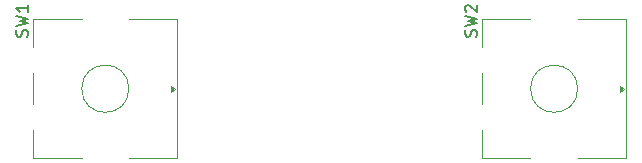
<source format=gbr>
%TF.GenerationSoftware,KiCad,Pcbnew,8.0.2*%
%TF.CreationDate,2024-05-15T22:30:45+02:00*%
%TF.ProjectId,micha_board,6d696368-615f-4626-9f61-72642e6b6963,rev?*%
%TF.SameCoordinates,Original*%
%TF.FileFunction,Legend,Top*%
%TF.FilePolarity,Positive*%
%FSLAX46Y46*%
G04 Gerber Fmt 4.6, Leading zero omitted, Abs format (unit mm)*
G04 Created by KiCad (PCBNEW 8.0.2) date 2024-05-15 22:30:45*
%MOMM*%
%LPD*%
G01*
G04 APERTURE LIST*
%ADD10C,0.150000*%
%ADD11C,0.120000*%
G04 APERTURE END LIST*
D10*
X460107200Y-33683332D02*
X460154819Y-33540475D01*
X460154819Y-33540475D02*
X460154819Y-33302380D01*
X460154819Y-33302380D02*
X460107200Y-33207142D01*
X460107200Y-33207142D02*
X460059580Y-33159523D01*
X460059580Y-33159523D02*
X459964342Y-33111904D01*
X459964342Y-33111904D02*
X459869104Y-33111904D01*
X459869104Y-33111904D02*
X459773866Y-33159523D01*
X459773866Y-33159523D02*
X459726247Y-33207142D01*
X459726247Y-33207142D02*
X459678628Y-33302380D01*
X459678628Y-33302380D02*
X459631009Y-33492856D01*
X459631009Y-33492856D02*
X459583390Y-33588094D01*
X459583390Y-33588094D02*
X459535771Y-33635713D01*
X459535771Y-33635713D02*
X459440533Y-33683332D01*
X459440533Y-33683332D02*
X459345295Y-33683332D01*
X459345295Y-33683332D02*
X459250057Y-33635713D01*
X459250057Y-33635713D02*
X459202438Y-33588094D01*
X459202438Y-33588094D02*
X459154819Y-33492856D01*
X459154819Y-33492856D02*
X459154819Y-33254761D01*
X459154819Y-33254761D02*
X459202438Y-33111904D01*
X459154819Y-32778570D02*
X460154819Y-32540475D01*
X460154819Y-32540475D02*
X459440533Y-32349999D01*
X459440533Y-32349999D02*
X460154819Y-32159523D01*
X460154819Y-32159523D02*
X459154819Y-31921428D01*
X459250057Y-31588094D02*
X459202438Y-31540475D01*
X459202438Y-31540475D02*
X459154819Y-31445237D01*
X459154819Y-31445237D02*
X459154819Y-31207142D01*
X459154819Y-31207142D02*
X459202438Y-31111904D01*
X459202438Y-31111904D02*
X459250057Y-31064285D01*
X459250057Y-31064285D02*
X459345295Y-31016666D01*
X459345295Y-31016666D02*
X459440533Y-31016666D01*
X459440533Y-31016666D02*
X459583390Y-31064285D01*
X459583390Y-31064285D02*
X460154819Y-31635713D01*
X460154819Y-31635713D02*
X460154819Y-31016666D01*
X422107200Y-33683332D02*
X422154819Y-33540475D01*
X422154819Y-33540475D02*
X422154819Y-33302380D01*
X422154819Y-33302380D02*
X422107200Y-33207142D01*
X422107200Y-33207142D02*
X422059580Y-33159523D01*
X422059580Y-33159523D02*
X421964342Y-33111904D01*
X421964342Y-33111904D02*
X421869104Y-33111904D01*
X421869104Y-33111904D02*
X421773866Y-33159523D01*
X421773866Y-33159523D02*
X421726247Y-33207142D01*
X421726247Y-33207142D02*
X421678628Y-33302380D01*
X421678628Y-33302380D02*
X421631009Y-33492856D01*
X421631009Y-33492856D02*
X421583390Y-33588094D01*
X421583390Y-33588094D02*
X421535771Y-33635713D01*
X421535771Y-33635713D02*
X421440533Y-33683332D01*
X421440533Y-33683332D02*
X421345295Y-33683332D01*
X421345295Y-33683332D02*
X421250057Y-33635713D01*
X421250057Y-33635713D02*
X421202438Y-33588094D01*
X421202438Y-33588094D02*
X421154819Y-33492856D01*
X421154819Y-33492856D02*
X421154819Y-33254761D01*
X421154819Y-33254761D02*
X421202438Y-33111904D01*
X421154819Y-32778570D02*
X422154819Y-32540475D01*
X422154819Y-32540475D02*
X421440533Y-32349999D01*
X421440533Y-32349999D02*
X422154819Y-32159523D01*
X422154819Y-32159523D02*
X421154819Y-31921428D01*
X422154819Y-31016666D02*
X422154819Y-31588094D01*
X422154819Y-31302380D02*
X421154819Y-31302380D01*
X421154819Y-31302380D02*
X421297676Y-31397618D01*
X421297676Y-31397618D02*
X421392914Y-31492856D01*
X421392914Y-31492856D02*
X421440533Y-31588094D01*
D11*
%TO.C,SW2*%
X460600000Y-44000000D02*
X460600000Y-41600000D01*
X464700000Y-44000000D02*
X460600000Y-44000000D01*
X468700000Y-44000000D02*
X472800000Y-44000000D01*
X472800000Y-44000000D02*
X472800000Y-32200000D01*
X460600000Y-39400000D02*
X460600000Y-36800000D01*
X460600000Y-34600000D02*
X460600000Y-32200000D01*
X460600000Y-32200000D02*
X464700000Y-32200000D01*
X468700000Y-32200000D02*
X472800000Y-32200000D01*
X468700000Y-38100000D02*
G75*
G02*
X464700000Y-38100000I-2000000J0D01*
G01*
X464700000Y-38100000D02*
G75*
G02*
X468700000Y-38100000I2000000J0D01*
G01*
X472598108Y-38100000D02*
X472268108Y-38340000D01*
X472268108Y-37860000D01*
X472598108Y-38100000D01*
G36*
X472598108Y-38100000D02*
G01*
X472268108Y-38340000D01*
X472268108Y-37860000D01*
X472598108Y-38100000D01*
G37*
%TO.C,SW1*%
X422600000Y-44000000D02*
X422600000Y-41600000D01*
X426700000Y-44000000D02*
X422600000Y-44000000D01*
X430700000Y-44000000D02*
X434800000Y-44000000D01*
X434800000Y-44000000D02*
X434800000Y-32200000D01*
X422600000Y-39400000D02*
X422600000Y-36800000D01*
X422600000Y-34600000D02*
X422600000Y-32200000D01*
X422600000Y-32200000D02*
X426700000Y-32200000D01*
X430700000Y-32200000D02*
X434800000Y-32200000D01*
X430700000Y-38100000D02*
G75*
G02*
X426700000Y-38100000I-2000000J0D01*
G01*
X426700000Y-38100000D02*
G75*
G02*
X430700000Y-38100000I2000000J0D01*
G01*
X434598108Y-38100000D02*
X434268108Y-38340000D01*
X434268108Y-37860000D01*
X434598108Y-38100000D01*
G36*
X434598108Y-38100000D02*
G01*
X434268108Y-38340000D01*
X434268108Y-37860000D01*
X434598108Y-38100000D01*
G37*
%TD*%
M02*

</source>
